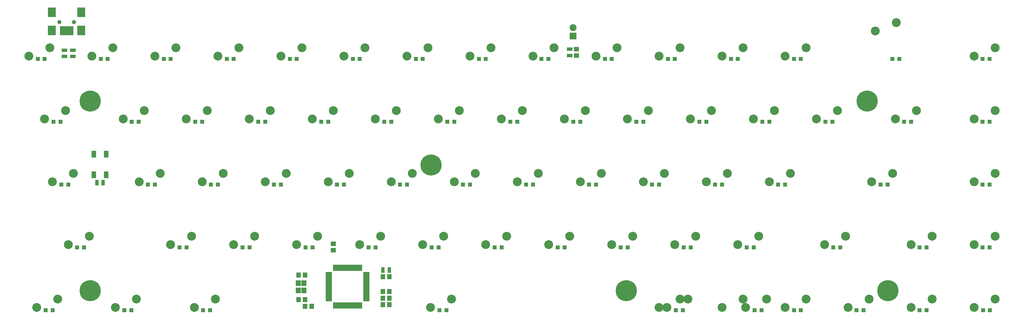
<source format=gbs>
G04 #@! TF.FileFunction,Soldermask,Bot*
%FSLAX46Y46*%
G04 Gerber Fmt 4.6, Leading zero omitted, Abs format (unit mm)*
G04 Created by KiCad (PCBNEW 4.0.5+dfsg1-4) date Thu Nov 23 22:08:00 2017*
%MOMM*%
%LPD*%
G01*
G04 APERTURE LIST*
%ADD10C,0.100000*%
%ADD11C,2.686000*%
%ADD12C,6.400000*%
%ADD13R,0.950000X1.900000*%
%ADD14R,1.900000X0.950000*%
%ADD15R,0.900000X2.700000*%
%ADD16R,2.400000X2.900000*%
%ADD17C,1.300000*%
%ADD18R,1.400000X2.100000*%
%ADD19R,2.100000X2.100000*%
%ADD20O,2.100000X2.100000*%
%ADD21R,1.400000X1.650000*%
%ADD22R,1.650000X1.400000*%
%ADD23R,1.700000X1.100000*%
%ADD24R,1.100000X1.700000*%
%ADD25R,1.600000X1.800000*%
%ADD26R,1.200000X1.300000*%
G04 APERTURE END LIST*
D10*
D11*
X35560000Y-57467500D03*
X41910000Y-54927500D03*
D12*
X295275240Y-128587459D03*
X289000240Y-71087459D03*
X216175240Y-128587459D03*
X157150240Y-90487459D03*
X54150240Y-128587459D03*
D11*
X207010000Y-57467500D03*
X213360000Y-54927500D03*
X40322500Y-76517500D03*
X46672500Y-73977500D03*
X264160000Y-133667500D03*
X270510000Y-131127500D03*
X54610000Y-57467500D03*
X60960000Y-54927500D03*
X157003750Y-133667500D03*
X163353750Y-131127500D03*
D13*
X135906250Y-133096875D03*
X135106250Y-133096875D03*
X134306250Y-133096875D03*
X133506250Y-133096875D03*
X132706250Y-133096875D03*
X131906250Y-133096875D03*
X131106250Y-133096875D03*
X130306250Y-133096875D03*
X129506250Y-133096875D03*
X128706250Y-133096875D03*
X127906250Y-133096875D03*
D14*
X126206250Y-131396875D03*
X126206250Y-130596875D03*
X126206250Y-129796875D03*
X126206250Y-128996875D03*
X126206250Y-128196875D03*
X126206250Y-127396875D03*
X126206250Y-126596875D03*
X126206250Y-125796875D03*
X126206250Y-124996875D03*
X126206250Y-124196875D03*
X126206250Y-123396875D03*
D13*
X127906250Y-121696875D03*
X128706250Y-121696875D03*
X129506250Y-121696875D03*
X130306250Y-121696875D03*
X131106250Y-121696875D03*
X131906250Y-121696875D03*
X132706250Y-121696875D03*
X133506250Y-121696875D03*
X134306250Y-121696875D03*
X135106250Y-121696875D03*
X135906250Y-121696875D03*
D14*
X137606250Y-123396875D03*
X137606250Y-124196875D03*
X137606250Y-124996875D03*
X137606250Y-125796875D03*
X137606250Y-126596875D03*
X137606250Y-127396875D03*
X137606250Y-128196875D03*
X137606250Y-128996875D03*
X137606250Y-129796875D03*
X137606250Y-130596875D03*
X137606250Y-131396875D03*
D11*
X78422500Y-114617500D03*
X84772500Y-112077500D03*
X290353750Y-95567500D03*
X296703750Y-93027500D03*
X116522500Y-114617500D03*
X122872500Y-112077500D03*
X85566250Y-133667500D03*
X91916250Y-131127500D03*
X168910000Y-57467500D03*
X175260000Y-54927500D03*
X73660000Y-57467500D03*
X80010000Y-54927500D03*
X226060000Y-57467500D03*
X232410000Y-54927500D03*
X245110000Y-57467500D03*
X251460000Y-54927500D03*
X264160000Y-57467500D03*
X270510000Y-54927500D03*
X297815000Y-47307500D03*
X291465000Y-49847500D03*
X235585000Y-76517500D03*
X241935000Y-73977500D03*
X254635000Y-76517500D03*
X260985000Y-73977500D03*
X273685000Y-76517500D03*
X280035000Y-73977500D03*
X297497500Y-76517500D03*
X303847500Y-73977500D03*
X240347500Y-95567500D03*
X246697500Y-93027500D03*
X259397500Y-95567500D03*
X265747500Y-93027500D03*
X92710000Y-57467500D03*
X99060000Y-54927500D03*
X249872500Y-114617500D03*
X256222500Y-112077500D03*
X111760000Y-57467500D03*
X118110000Y-54927500D03*
X130810000Y-57467500D03*
X137160000Y-54927500D03*
X149860000Y-57467500D03*
X156210000Y-54927500D03*
X187960000Y-57467500D03*
X194310000Y-54927500D03*
X64135000Y-76517500D03*
X70485000Y-73977500D03*
X83185000Y-76517500D03*
X89535000Y-73977500D03*
X102235000Y-76517500D03*
X108585000Y-73977500D03*
X121285000Y-76517500D03*
X127635000Y-73977500D03*
X140335000Y-76517500D03*
X146685000Y-73977500D03*
X159385000Y-76517500D03*
X165735000Y-73977500D03*
X178435000Y-76517500D03*
X184785000Y-73977500D03*
X197485000Y-76517500D03*
X203835000Y-73977500D03*
X216535000Y-76517500D03*
X222885000Y-73977500D03*
X42703750Y-95567500D03*
X49053750Y-93027500D03*
X68897500Y-95567500D03*
X75247500Y-93027500D03*
X87947500Y-95567500D03*
X94297500Y-93027500D03*
X106997500Y-95567500D03*
X113347500Y-93027500D03*
X126047500Y-95567500D03*
X132397500Y-93027500D03*
X145097500Y-95567500D03*
X151447500Y-93027500D03*
X164147500Y-95567500D03*
X170497500Y-93027500D03*
X183197500Y-95567500D03*
X189547500Y-93027500D03*
X202247500Y-95567500D03*
X208597500Y-93027500D03*
X221297500Y-95567500D03*
X227647500Y-93027500D03*
X97472500Y-114617500D03*
X103822500Y-112077500D03*
X135572500Y-114617500D03*
X141922500Y-112077500D03*
X154622500Y-114617500D03*
X160972500Y-112077500D03*
X173672500Y-114617500D03*
X180022500Y-112077500D03*
X192722500Y-114617500D03*
X199072500Y-112077500D03*
X211772500Y-114617500D03*
X218122500Y-112077500D03*
X230822500Y-114617500D03*
X237172500Y-112077500D03*
X37941250Y-133667500D03*
X44291250Y-131127500D03*
X61753750Y-133667500D03*
X68103750Y-131127500D03*
D15*
X45375000Y-49800000D03*
X46175000Y-49800000D03*
X46975000Y-49800000D03*
X47775000Y-49800000D03*
X48575000Y-49800000D03*
D16*
X42525000Y-49700000D03*
X42525000Y-44200000D03*
X51425000Y-49700000D03*
X51425000Y-44200000D03*
D17*
X44775000Y-47200000D03*
X49175000Y-47200000D03*
D18*
X55175000Y-87212500D03*
X55175000Y-93512500D03*
X58975000Y-87212500D03*
X58975000Y-93512500D03*
D11*
X47466250Y-114617500D03*
X53816250Y-112077500D03*
X228441250Y-133667500D03*
X234791250Y-131127500D03*
X252253750Y-133667500D03*
X258603750Y-131127500D03*
D19*
X200075000Y-51402500D03*
D20*
X200075000Y-48862500D03*
D21*
X117075000Y-123862500D03*
X119075000Y-123862500D03*
X117075000Y-131362500D03*
X119075000Y-131362500D03*
X142575000Y-124362500D03*
X144575000Y-124362500D03*
X142575000Y-128862500D03*
X144575000Y-128862500D03*
D22*
X127575000Y-116362500D03*
X127575000Y-114362500D03*
D21*
X121075000Y-133362500D03*
X119075000Y-133362500D03*
X142575000Y-130862500D03*
X144575000Y-130862500D03*
X142575000Y-132862500D03*
X144575000Y-132862500D03*
D22*
X201075000Y-55362500D03*
X201075000Y-57362500D03*
D23*
X48869600Y-55681840D03*
X48869600Y-57581840D03*
X46296580Y-57581840D03*
X46296580Y-55681840D03*
D24*
X56125000Y-95862500D03*
X58025000Y-95862500D03*
X142625000Y-122362500D03*
X144525000Y-122362500D03*
D23*
X199075000Y-57312500D03*
X199075000Y-55412500D03*
D25*
X117021875Y-128496875D03*
X117021875Y-126296875D03*
X118721875Y-126296875D03*
X118721875Y-128496875D03*
D11*
X321310000Y-57467500D03*
X327660000Y-54927500D03*
X321310000Y-76517500D03*
X327660000Y-73977500D03*
X321310000Y-95567500D03*
X327660000Y-93027500D03*
X302260000Y-114617500D03*
X308610000Y-112077500D03*
X321310000Y-114617500D03*
X327660000Y-112077500D03*
X283210000Y-133667500D03*
X289560000Y-131127500D03*
X302260000Y-133667500D03*
X308610000Y-131127500D03*
X321310000Y-133667500D03*
X327660000Y-131127500D03*
X226060000Y-133667500D03*
X232410000Y-131127500D03*
X245110000Y-133667500D03*
X251460000Y-131127500D03*
X276066250Y-114617500D03*
X282416250Y-112077500D03*
D12*
X54150240Y-71087459D03*
D26*
X40340625Y-58340625D03*
X38240625Y-58340625D03*
X230840625Y-58340625D03*
X228740625Y-58340625D03*
X249890625Y-58340625D03*
X247790625Y-58340625D03*
X268940625Y-58340625D03*
X266840625Y-58340625D03*
X298706250Y-58340625D03*
X296606250Y-58340625D03*
X325950000Y-58340625D03*
X323850000Y-58340625D03*
X325950000Y-77390625D03*
X323850000Y-77390625D03*
X325950000Y-96440625D03*
X323850000Y-96440625D03*
X306900000Y-115490625D03*
X304800000Y-115490625D03*
X325950000Y-115490625D03*
X323850000Y-115490625D03*
X287850000Y-134540625D03*
X285750000Y-134540625D03*
X306900000Y-134540625D03*
X304800000Y-134540625D03*
X326090625Y-134540625D03*
X323990625Y-134540625D03*
X59390625Y-58340625D03*
X57290625Y-58340625D03*
X240365625Y-77390625D03*
X238265625Y-77390625D03*
X259415625Y-77390625D03*
X257315625Y-77390625D03*
X278465625Y-77390625D03*
X276365625Y-77390625D03*
X302278125Y-77390625D03*
X300178125Y-77390625D03*
X78440625Y-58340625D03*
X76340625Y-58340625D03*
X245128125Y-96440625D03*
X243028125Y-96440625D03*
X264178125Y-96440625D03*
X262078125Y-96440625D03*
X295134375Y-96440625D03*
X293034375Y-96440625D03*
X97490625Y-58340625D03*
X95390625Y-58340625D03*
X254653125Y-115490625D03*
X252553125Y-115490625D03*
X280846875Y-115490625D03*
X278746875Y-115490625D03*
X116540625Y-58340625D03*
X114440625Y-58340625D03*
X268940625Y-134540625D03*
X266840625Y-134540625D03*
X135590625Y-58340625D03*
X133490625Y-58340625D03*
X154640625Y-58340625D03*
X152540625Y-58340625D03*
X173690625Y-58340625D03*
X171590625Y-58340625D03*
X192625000Y-58340625D03*
X190525000Y-58340625D03*
X211790625Y-58340625D03*
X209690625Y-58340625D03*
X45103125Y-77390625D03*
X43003125Y-77390625D03*
X68775000Y-77390625D03*
X66675000Y-77390625D03*
X87965625Y-77390625D03*
X85865625Y-77390625D03*
X107015625Y-77390625D03*
X104915625Y-77390625D03*
X126065625Y-77390625D03*
X123965625Y-77390625D03*
X145115625Y-77390625D03*
X143015625Y-77390625D03*
X164165625Y-77390625D03*
X162065625Y-77390625D03*
X183215625Y-77390625D03*
X181115625Y-77390625D03*
X202265625Y-77390625D03*
X200165625Y-77390625D03*
X221315625Y-77390625D03*
X219215625Y-77390625D03*
X47484375Y-96440625D03*
X45384375Y-96440625D03*
X73678125Y-96440625D03*
X71578125Y-96440625D03*
X92728125Y-96440625D03*
X90628125Y-96440625D03*
X111778125Y-96440625D03*
X109678125Y-96440625D03*
X130828125Y-96440625D03*
X128728125Y-96440625D03*
X149878125Y-96440625D03*
X147778125Y-96440625D03*
X168928125Y-96440625D03*
X166828125Y-96440625D03*
X187978125Y-96440625D03*
X185878125Y-96440625D03*
X207028125Y-96440625D03*
X204928125Y-96440625D03*
X226078125Y-96440625D03*
X223978125Y-96440625D03*
X52246875Y-115490625D03*
X50146875Y-115490625D03*
X83203125Y-115490625D03*
X81103125Y-115490625D03*
X102253125Y-115490625D03*
X100153125Y-115490625D03*
X121303125Y-115490625D03*
X119203125Y-115490625D03*
X140353125Y-115490625D03*
X138253125Y-115490625D03*
X159403125Y-115490625D03*
X157303125Y-115490625D03*
X178453125Y-115490625D03*
X176353125Y-115490625D03*
X197503125Y-115490625D03*
X195403125Y-115490625D03*
X216553125Y-115490625D03*
X214453125Y-115490625D03*
X235603125Y-115490625D03*
X233503125Y-115490625D03*
X42721875Y-134540625D03*
X40621875Y-134540625D03*
X66534375Y-134540625D03*
X64434375Y-134540625D03*
X90346875Y-134540625D03*
X88246875Y-134540625D03*
X161784375Y-134540625D03*
X159684375Y-134540625D03*
X233221875Y-134540625D03*
X231121875Y-134540625D03*
X257034375Y-134540625D03*
X254934375Y-134540625D03*
M02*

</source>
